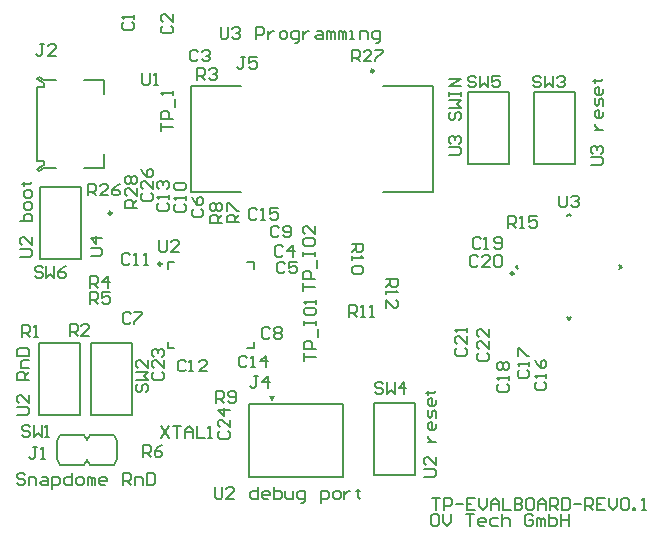
<source format=gto>
G04*
G04 #@! TF.GenerationSoftware,Altium Limited,Altium Designer,24.5.2 (23)*
G04*
G04 Layer_Color=65535*
%FSLAX44Y44*%
%MOMM*%
G71*
G04*
G04 #@! TF.SameCoordinates,5A08705E-C27C-47AC-A7BE-410B2864E99F*
G04*
G04*
G04 #@! TF.FilePolarity,Positive*
G04*
G01*
G75*
%ADD10C,0.2500*%
%ADD11C,0.2000*%
%ADD12C,0.1500*%
%ADD13C,0.1530*%
G36*
X273500Y131500D02*
X271000Y136500D01*
X276000D01*
X273500Y131500D01*
D02*
G37*
D10*
X359250Y411500D02*
G03*
X359250Y411500I-1250J0D01*
G01*
X477717Y239843D02*
G03*
X477717Y239843I-1250J0D01*
G01*
X137250Y291000D02*
G03*
X137250Y291000I-1250J0D01*
G01*
X179500Y248000D02*
G03*
X179500Y248000I-1250J0D01*
G01*
D11*
X94000Y103000D02*
X114000Y103000D01*
X91500Y98000D02*
X94000Y103000D01*
X91500Y83000D02*
Y98000D01*
X114000Y103000D02*
X116500Y99000D01*
X119000Y103000D01*
X141500Y83000D02*
Y98000D01*
X139000Y103000D02*
X141500Y98000D01*
X119000Y103000D02*
X139000Y103000D01*
X94000Y78000D02*
X114000D01*
X91500Y83000D02*
X94000Y78000D01*
X114000D02*
X116500Y82000D01*
X119000Y78000D01*
X139000D02*
X141500Y83000D01*
X119000Y78000D02*
X139000D01*
X204400Y398750D02*
X247000D01*
X204400Y309250D02*
X247000D01*
X204400D02*
Y398750D01*
X367000D02*
X409600D01*
X367000Y309250D02*
X409600D01*
Y398750D01*
X494750Y332500D02*
Y393500D01*
X529250D01*
Y332500D02*
Y393500D01*
X494750Y332500D02*
X529250D01*
X439250D02*
Y393500D01*
X473750D01*
Y332500D02*
Y393500D01*
X439250Y332500D02*
X473750D01*
X111250Y252500D02*
Y313500D01*
X76750Y252500D02*
X111250D01*
X76750D02*
Y313500D01*
X111250D01*
X480003Y245500D02*
X481770Y243732D01*
X480003Y245500D02*
X481770Y247268D01*
X522783Y288280D02*
X524550Y290048D01*
X526318Y288280D01*
X567330Y247268D02*
X569098Y245500D01*
X567330Y243732D02*
X569098Y245500D01*
X522783Y202720D02*
X524550Y200952D01*
X526318Y202720D01*
X184750Y176500D02*
X190250D01*
X184750D02*
Y182000D01*
X252250Y176500D02*
X257750D01*
Y182000D01*
Y244000D02*
Y249500D01*
X252250D02*
X257750D01*
X184750D02*
X190250D01*
X184750Y244000D02*
Y249500D01*
X154316Y120210D02*
Y181210D01*
X119816Y120210D02*
X154316D01*
X119816D02*
Y181210D01*
X154316D01*
X110250Y120000D02*
Y181000D01*
X75750Y120000D02*
X110250D01*
X75750D02*
Y181000D01*
X110250D01*
X254000Y68000D02*
X333000D01*
X254000D02*
Y129500D01*
X333000D01*
Y68000D02*
Y129500D01*
X359750Y69500D02*
X394250D01*
Y130500D01*
X359750D02*
X394250D01*
X359750Y69500D02*
Y130500D01*
D12*
X80500Y397500D02*
Y401000D01*
X74500Y397500D02*
X80500D01*
Y332000D02*
Y335500D01*
X74500D02*
X80500D01*
X74500D02*
Y397500D01*
Y404750D02*
X75750Y406500D01*
X74500Y404750D02*
X80500Y401000D01*
X75750Y406500D02*
X80500Y403500D01*
X75750Y326500D02*
X80500Y329500D01*
X74500Y328250D02*
X80500Y332000D01*
X74500Y328250D02*
X75750Y326500D01*
X114000Y403500D02*
X130500D01*
X80500D02*
X90000D01*
X80500Y329500D02*
X90000D01*
X114000D02*
X130500D01*
Y392000D02*
Y403500D01*
Y329500D02*
Y341000D01*
D13*
X423230Y339986D02*
X431560D01*
X433226Y341652D01*
Y344984D01*
X431560Y346650D01*
X423230D01*
X424896Y349982D02*
X423230Y351649D01*
Y354981D01*
X424896Y356647D01*
X426562D01*
X428228Y354981D01*
Y353315D01*
Y354981D01*
X429894Y356647D01*
X431560D01*
X433226Y354981D01*
Y351649D01*
X431560Y349982D01*
X424896Y376641D02*
X423230Y374974D01*
Y371642D01*
X424896Y369976D01*
X426562D01*
X428228Y371642D01*
Y374974D01*
X429894Y376641D01*
X431560D01*
X433226Y374974D01*
Y371642D01*
X431560Y369976D01*
X423230Y379973D02*
X433226D01*
X429894Y383305D01*
X433226Y386637D01*
X423230D01*
Y389970D02*
Y393302D01*
Y391636D01*
X433226D01*
Y389970D01*
Y393302D01*
Y398300D02*
X423230D01*
X433226Y404965D01*
X423230D01*
X543473Y331530D02*
X551804D01*
X553470Y333196D01*
Y336528D01*
X551804Y338195D01*
X543473D01*
X545139Y341527D02*
X543473Y343193D01*
Y346525D01*
X545139Y348191D01*
X546805D01*
X548472Y346525D01*
Y344859D01*
Y346525D01*
X550138Y348191D01*
X551804D01*
X553470Y346525D01*
Y343193D01*
X551804Y341527D01*
X546805Y361520D02*
X553470D01*
X550138D01*
X548472Y363186D01*
X546805Y364853D01*
Y366519D01*
X553470Y376516D02*
Y373183D01*
X551804Y371517D01*
X548472D01*
X546805Y373183D01*
Y376516D01*
X548472Y378182D01*
X550138D01*
Y371517D01*
X553470Y381514D02*
Y386512D01*
X551804Y388178D01*
X550138Y386512D01*
Y383180D01*
X548472Y381514D01*
X546805Y383180D01*
Y388178D01*
X553470Y396509D02*
Y393177D01*
X551804Y391511D01*
X548472D01*
X546805Y393177D01*
Y396509D01*
X548472Y398175D01*
X550138D01*
Y391511D01*
X545139Y403174D02*
X546805D01*
Y401507D01*
Y404840D01*
Y403174D01*
X551804D01*
X553470Y404840D01*
X340671Y419502D02*
Y429498D01*
X345669D01*
X347336Y427832D01*
Y424500D01*
X345669Y422834D01*
X340671D01*
X344003D02*
X347336Y419502D01*
X357332D02*
X350668D01*
X357332Y426166D01*
Y427832D01*
X355666Y429498D01*
X352334D01*
X350668Y427832D01*
X360664Y429498D02*
X367329D01*
Y427832D01*
X360664Y421168D01*
Y419502D01*
X229530Y448359D02*
Y440028D01*
X231196Y438362D01*
X234528D01*
X236194Y440028D01*
Y448359D01*
X239527Y446693D02*
X241193Y448359D01*
X244525D01*
X246191Y446693D01*
Y445027D01*
X244525Y443361D01*
X242859D01*
X244525D01*
X246191Y441694D01*
Y440028D01*
X244525Y438362D01*
X241193D01*
X239527Y440028D01*
X259520Y438362D02*
Y448359D01*
X264519D01*
X266185Y446693D01*
Y443361D01*
X264519Y441694D01*
X259520D01*
X269517Y445027D02*
Y438362D01*
Y441694D01*
X271183Y443361D01*
X272849Y445027D01*
X274515D01*
X281180Y438362D02*
X284512D01*
X286178Y440028D01*
Y443361D01*
X284512Y445027D01*
X281180D01*
X279514Y443361D01*
Y440028D01*
X281180Y438362D01*
X292843Y435030D02*
X294509D01*
X296175Y436696D01*
Y445027D01*
X291177D01*
X289511Y443361D01*
Y440028D01*
X291177Y438362D01*
X296175D01*
X299508Y445027D02*
Y438362D01*
Y441694D01*
X301174Y443361D01*
X302840Y445027D01*
X304506D01*
X311170D02*
X314503D01*
X316169Y443361D01*
Y438362D01*
X311170D01*
X309504Y440028D01*
X311170Y441694D01*
X316169D01*
X319501Y438362D02*
Y445027D01*
X321167D01*
X322833Y443361D01*
Y438362D01*
Y443361D01*
X324499Y445027D01*
X326166Y443361D01*
Y438362D01*
X329498D02*
Y445027D01*
X331164D01*
X332830Y443361D01*
Y438362D01*
Y443361D01*
X334496Y445027D01*
X336162Y443361D01*
Y438362D01*
X339495D02*
X342827D01*
X341161D01*
Y445027D01*
X339495D01*
X347825Y438362D02*
Y445027D01*
X352824D01*
X354490Y443361D01*
Y438362D01*
X361154Y435030D02*
X362820D01*
X364487Y436696D01*
Y445027D01*
X359488D01*
X357822Y443361D01*
Y440028D01*
X359488Y438362D01*
X364487D01*
X63695Y69193D02*
X62028Y70859D01*
X58696D01*
X57030Y69193D01*
Y67527D01*
X58696Y65861D01*
X62028D01*
X63695Y64194D01*
Y62528D01*
X62028Y60862D01*
X58696D01*
X57030Y62528D01*
X67027Y60862D02*
Y67527D01*
X72025D01*
X73691Y65861D01*
Y60862D01*
X78690Y67527D02*
X82022D01*
X83688Y65861D01*
Y60862D01*
X78690D01*
X77024Y62528D01*
X78690Y64194D01*
X83688D01*
X87020Y57530D02*
Y67527D01*
X92019D01*
X93685Y65861D01*
Y62528D01*
X92019Y60862D01*
X87020D01*
X103682Y70859D02*
Y60862D01*
X98683D01*
X97017Y62528D01*
Y65861D01*
X98683Y67527D01*
X103682D01*
X108680Y60862D02*
X112012D01*
X113678Y62528D01*
Y65861D01*
X112012Y67527D01*
X108680D01*
X107014Y65861D01*
Y62528D01*
X108680Y60862D01*
X117011D02*
Y67527D01*
X118677D01*
X120343Y65861D01*
Y60862D01*
Y65861D01*
X122009Y67527D01*
X123675Y65861D01*
Y60862D01*
X132006D02*
X128674D01*
X127007Y62528D01*
Y65861D01*
X128674Y67527D01*
X132006D01*
X133672Y65861D01*
Y64194D01*
X127007D01*
X147001Y60862D02*
Y70859D01*
X151999D01*
X153666Y69193D01*
Y65861D01*
X151999Y64194D01*
X147001D01*
X150333D02*
X153666Y60862D01*
X156998D02*
Y67527D01*
X161996D01*
X163662Y65861D01*
Y60862D01*
X166995Y70859D02*
Y60862D01*
X171993D01*
X173659Y62528D01*
Y69193D01*
X171993Y70859D01*
X166995D01*
X56973Y120030D02*
X65304D01*
X66970Y121696D01*
Y125028D01*
X65304Y126694D01*
X56973D01*
X66970Y136691D02*
Y130027D01*
X60305Y136691D01*
X58639D01*
X56973Y135025D01*
Y131693D01*
X58639Y130027D01*
X66970Y150020D02*
X56973D01*
Y155019D01*
X58639Y156685D01*
X61972D01*
X63638Y155019D01*
Y150020D01*
Y153353D02*
X66970Y156685D01*
Y160017D02*
X60305D01*
Y165016D01*
X61972Y166682D01*
X66970D01*
X56973Y170014D02*
X66970D01*
Y175012D01*
X65304Y176678D01*
X58639D01*
X56973Y175012D01*
Y170014D01*
X59973Y254030D02*
X68304D01*
X69970Y255696D01*
Y259028D01*
X68304Y260695D01*
X59973D01*
X69970Y270691D02*
Y264027D01*
X63306Y270691D01*
X61639D01*
X59973Y269025D01*
Y265693D01*
X61639Y264027D01*
X59973Y284020D02*
X69970D01*
Y289019D01*
X68304Y290685D01*
X66638D01*
X64972D01*
X63306Y289019D01*
Y284020D01*
X69970Y295683D02*
Y299016D01*
X68304Y300682D01*
X64972D01*
X63306Y299016D01*
Y295683D01*
X64972Y294017D01*
X68304D01*
X69970Y295683D01*
Y305680D02*
Y309012D01*
X68304Y310678D01*
X64972D01*
X63306Y309012D01*
Y305680D01*
X64972Y304014D01*
X68304D01*
X69970Y305680D01*
X61639Y315677D02*
X63306D01*
Y314011D01*
Y317343D01*
Y315677D01*
X68304D01*
X69970Y317343D01*
X401973Y67530D02*
X410304D01*
X411970Y69196D01*
Y72528D01*
X410304Y74194D01*
X401973D01*
X411970Y84191D02*
Y77527D01*
X405305Y84191D01*
X403639D01*
X401973Y82525D01*
Y79193D01*
X403639Y77527D01*
X405305Y97520D02*
X411970D01*
X408638D01*
X406972Y99186D01*
X405305Y100853D01*
Y102519D01*
X411970Y112515D02*
Y109183D01*
X410304Y107517D01*
X406972D01*
X405305Y109183D01*
Y112515D01*
X406972Y114182D01*
X408638D01*
Y107517D01*
X411970Y117514D02*
Y122512D01*
X410304Y124178D01*
X408638Y122512D01*
Y119180D01*
X406972Y117514D01*
X405305Y119180D01*
Y124178D01*
X411970Y132509D02*
Y129177D01*
X410304Y127511D01*
X406972D01*
X405305Y129177D01*
Y132509D01*
X406972Y134175D01*
X408638D01*
Y127511D01*
X403639Y139174D02*
X405305D01*
Y137507D01*
Y140840D01*
Y139174D01*
X410304D01*
X411970Y140840D01*
X224530Y59359D02*
Y51028D01*
X226196Y49362D01*
X229528D01*
X231194Y51028D01*
Y59359D01*
X241191Y49362D02*
X234527D01*
X241191Y56027D01*
Y57693D01*
X239525Y59359D01*
X236193D01*
X234527Y57693D01*
X261185Y59359D02*
Y49362D01*
X256187D01*
X254520Y51028D01*
Y54361D01*
X256187Y56027D01*
X261185D01*
X269515Y49362D02*
X266183D01*
X264517Y51028D01*
Y54361D01*
X266183Y56027D01*
X269515D01*
X271182Y54361D01*
Y52695D01*
X264517D01*
X274514Y59359D02*
Y49362D01*
X279512D01*
X281178Y51028D01*
Y52695D01*
Y54361D01*
X279512Y56027D01*
X274514D01*
X284511D02*
Y51028D01*
X286177Y49362D01*
X291175D01*
Y56027D01*
X297840Y46030D02*
X299506D01*
X301172Y47696D01*
Y56027D01*
X296174D01*
X294508Y54361D01*
Y51028D01*
X296174Y49362D01*
X301172D01*
X314501Y46030D02*
Y56027D01*
X319499D01*
X321166Y54361D01*
Y51028D01*
X319499Y49362D01*
X314501D01*
X326164D02*
X329496D01*
X331162Y51028D01*
Y54361D01*
X329496Y56027D01*
X326164D01*
X324498Y54361D01*
Y51028D01*
X326164Y49362D01*
X334495Y56027D02*
Y49362D01*
Y52695D01*
X336161Y54361D01*
X337827Y56027D01*
X339493D01*
X346157Y57693D02*
Y56027D01*
X344491D01*
X347824D01*
X346157D01*
Y51028D01*
X347824Y49362D01*
X74000Y92998D02*
X70668D01*
X72334D01*
Y84668D01*
X70668Y83002D01*
X69002D01*
X67336Y84668D01*
X77332Y83002D02*
X80665D01*
X78998D01*
Y92998D01*
X77332Y91332D01*
X408530Y50027D02*
X415195D01*
X411862D01*
Y40030D01*
X418527D02*
Y50027D01*
X423525D01*
X425191Y48361D01*
Y45028D01*
X423525Y43362D01*
X418527D01*
X428524Y45028D02*
X435188D01*
X445185Y50027D02*
X438520D01*
Y40030D01*
X445185D01*
X438520Y45028D02*
X441853D01*
X448517Y50027D02*
Y43362D01*
X451849Y40030D01*
X455182Y43362D01*
Y50027D01*
X458514Y40030D02*
Y46694D01*
X461846Y50027D01*
X465178Y46694D01*
Y40030D01*
Y45028D01*
X458514D01*
X468511Y50027D02*
Y40030D01*
X475175D01*
X478507Y50027D02*
Y40030D01*
X483506D01*
X485172Y41696D01*
Y43362D01*
X483506Y45028D01*
X478507D01*
X483506D01*
X485172Y46694D01*
Y48361D01*
X483506Y50027D01*
X478507D01*
X493503D02*
X490170D01*
X488504Y48361D01*
Y41696D01*
X490170Y40030D01*
X493503D01*
X495169Y41696D01*
Y48361D01*
X493503Y50027D01*
X498501Y40030D02*
Y46694D01*
X501833Y50027D01*
X505165Y46694D01*
Y40030D01*
Y45028D01*
X498501D01*
X508498Y40030D02*
Y50027D01*
X513496D01*
X515162Y48361D01*
Y45028D01*
X513496Y43362D01*
X508498D01*
X511830D02*
X515162Y40030D01*
X518495Y50027D02*
Y40030D01*
X523493D01*
X525159Y41696D01*
Y48361D01*
X523493Y50027D01*
X518495D01*
X528491Y45028D02*
X535156D01*
X538488Y40030D02*
Y50027D01*
X543487D01*
X545153Y48361D01*
Y45028D01*
X543487Y43362D01*
X538488D01*
X541820D02*
X545153Y40030D01*
X555149Y50027D02*
X548485D01*
Y40030D01*
X555149D01*
X548485Y45028D02*
X551817D01*
X558482Y50027D02*
Y43362D01*
X561814Y40030D01*
X565146Y43362D01*
Y50027D01*
X568479Y48361D02*
X570145Y50027D01*
X573477D01*
X575143Y48361D01*
Y41696D01*
X573477Y40030D01*
X570145D01*
X568479Y41696D01*
Y48361D01*
X578475Y40030D02*
Y41696D01*
X580141D01*
Y40030D01*
X578475D01*
X586806D02*
X590138D01*
X588472D01*
Y50027D01*
X586806Y48361D01*
X412614Y35978D02*
X409282D01*
X407616Y34312D01*
Y27647D01*
X409282Y25981D01*
X412614D01*
X414280Y27647D01*
Y34312D01*
X412614Y35978D01*
X417613D02*
Y29313D01*
X420945Y25981D01*
X424277Y29313D01*
Y35978D01*
X437606D02*
X444271D01*
X440938D01*
Y25981D01*
X452601D02*
X449269D01*
X447603Y27647D01*
Y30979D01*
X449269Y32645D01*
X452601D01*
X454268Y30979D01*
Y29313D01*
X447603D01*
X464264Y32645D02*
X459266D01*
X457600Y30979D01*
Y27647D01*
X459266Y25981D01*
X464264D01*
X467597Y35978D02*
Y25981D01*
Y30979D01*
X469263Y32645D01*
X472595D01*
X474261Y30979D01*
Y25981D01*
X494255Y34312D02*
X492589Y35978D01*
X489256D01*
X487590Y34312D01*
Y27647D01*
X489256Y25981D01*
X492589D01*
X494255Y27647D01*
Y30979D01*
X490922D01*
X497587Y25981D02*
Y32645D01*
X499253D01*
X500919Y30979D01*
Y25981D01*
Y30979D01*
X502585Y32645D01*
X504251Y30979D01*
Y25981D01*
X507584Y35978D02*
Y25981D01*
X512582D01*
X514248Y27647D01*
Y29313D01*
Y30979D01*
X512582Y32645D01*
X507584D01*
X517580Y35978D02*
Y25981D01*
Y30979D01*
X524245D01*
Y35978D01*
Y25981D01*
X369502Y235546D02*
X379498D01*
Y230548D01*
X377832Y228881D01*
X374500D01*
X372834Y230548D01*
Y235546D01*
Y232214D02*
X369502Y228881D01*
Y225549D02*
Y222217D01*
Y223883D01*
X379498D01*
X377832Y225549D01*
X369502Y210554D02*
Y217218D01*
X376166Y210554D01*
X377832D01*
X379498Y212220D01*
Y215552D01*
X377832Y217218D01*
X250334Y422998D02*
X247002D01*
X248668D01*
Y414668D01*
X247002Y413002D01*
X245336D01*
X243669Y414668D01*
X260331Y422998D02*
X253666D01*
Y418000D01*
X256998Y419666D01*
X258664D01*
X260331Y418000D01*
Y414668D01*
X258664Y413002D01*
X255332D01*
X253666Y414668D01*
X472770Y278770D02*
Y288767D01*
X477768D01*
X479435Y287101D01*
Y283768D01*
X477768Y282102D01*
X472770D01*
X476102D02*
X479435Y278770D01*
X482767D02*
X486099D01*
X484433D01*
Y288767D01*
X482767Y287101D01*
X497762Y288767D02*
X491097D01*
Y283768D01*
X494430Y285434D01*
X496096D01*
X497762Y283768D01*
Y280436D01*
X496096Y278770D01*
X492764D01*
X491097Y280436D01*
X179340Y110998D02*
X186005Y101002D01*
Y110998D02*
X179340Y101002D01*
X189337Y110998D02*
X196002D01*
X192669D01*
Y101002D01*
X199334D02*
Y107666D01*
X202666Y110998D01*
X205998Y107666D01*
Y101002D01*
Y106000D01*
X199334D01*
X209331Y110998D02*
Y101002D01*
X215995D01*
X219328D02*
X222660D01*
X220994D01*
Y110998D01*
X219328Y109332D01*
X119502Y255169D02*
X127832D01*
X129498Y256835D01*
Y260168D01*
X127832Y261834D01*
X119502D01*
X129498Y270165D02*
X119502D01*
X124500Y265166D01*
Y271831D01*
X516169Y305998D02*
Y297668D01*
X517836Y296002D01*
X521168D01*
X522834Y297668D01*
Y305998D01*
X526166Y304332D02*
X527832Y305998D01*
X531165D01*
X532831Y304332D01*
Y302666D01*
X531165Y301000D01*
X529498D01*
X531165D01*
X532831Y299334D01*
Y297668D01*
X531165Y296002D01*
X527832D01*
X526166Y297668D01*
X177368Y268447D02*
Y260116D01*
X179034Y258450D01*
X182366D01*
X184032Y260116D01*
Y268447D01*
X194029Y258450D02*
X187365D01*
X194029Y265114D01*
Y266781D01*
X192363Y268447D01*
X189031D01*
X187365Y266781D01*
X163335Y409498D02*
Y401168D01*
X165002Y399502D01*
X168334D01*
X170000Y401168D01*
Y409498D01*
X173332Y399502D02*
X176665D01*
X174998D01*
Y409498D01*
X173332Y407832D01*
X299168Y225009D02*
Y231673D01*
Y228341D01*
X309165D01*
Y235006D02*
X299168D01*
Y240004D01*
X300835Y241670D01*
X304167D01*
X305833Y240004D01*
Y235006D01*
X310832Y245002D02*
Y251667D01*
X299168Y254999D02*
Y258332D01*
Y256665D01*
X309165D01*
Y254999D01*
Y258332D01*
X299168Y268328D02*
Y264996D01*
X300835Y263330D01*
X307499D01*
X309165Y264996D01*
Y268328D01*
X307499Y269994D01*
X300835D01*
X299168Y268328D01*
X309165Y279991D02*
Y273327D01*
X302501Y279991D01*
X300835D01*
X299168Y278325D01*
Y274993D01*
X300835Y273327D01*
X300168Y166175D02*
Y172840D01*
Y169507D01*
X310165D01*
Y176172D02*
X300168D01*
Y181170D01*
X301835Y182836D01*
X305167D01*
X306833Y181170D01*
Y176172D01*
X311831Y186168D02*
Y192833D01*
X300168Y196165D02*
Y199498D01*
Y197831D01*
X310165D01*
Y196165D01*
Y199498D01*
X300168Y209494D02*
Y206162D01*
X301835Y204496D01*
X308499D01*
X310165Y206162D01*
Y209494D01*
X308499Y211161D01*
X301835D01*
X300168Y209494D01*
X310165Y214493D02*
Y217825D01*
Y216159D01*
X300168D01*
X301835Y214493D01*
X179168Y360839D02*
Y367503D01*
Y364171D01*
X189165D01*
Y370835D02*
X179168D01*
Y375834D01*
X180835Y377500D01*
X184167D01*
X185833Y375834D01*
Y370835D01*
X190831Y380832D02*
Y387497D01*
X189165Y390829D02*
Y394161D01*
Y392495D01*
X179168D01*
X180835Y390829D01*
X78836Y244832D02*
X77169Y246498D01*
X73837D01*
X72171Y244832D01*
Y243166D01*
X73837Y241500D01*
X77169D01*
X78836Y239834D01*
Y238168D01*
X77169Y236502D01*
X73837D01*
X72171Y238168D01*
X82168Y246498D02*
Y236502D01*
X85500Y239834D01*
X88832Y236502D01*
Y246498D01*
X98829D02*
X95497Y244832D01*
X92164Y241500D01*
Y238168D01*
X93831Y236502D01*
X97163D01*
X98829Y238168D01*
Y239834D01*
X97163Y241500D01*
X92164D01*
X445835Y405832D02*
X444169Y407498D01*
X440837D01*
X439171Y405832D01*
Y404166D01*
X440837Y402500D01*
X444169D01*
X445835Y400834D01*
Y399168D01*
X444169Y397502D01*
X440837D01*
X439171Y399168D01*
X449168Y407498D02*
Y397502D01*
X452500Y400834D01*
X455832Y397502D01*
Y407498D01*
X465829D02*
X459165D01*
Y402500D01*
X462497Y404166D01*
X464163D01*
X465829Y402500D01*
Y399168D01*
X464163Y397502D01*
X460831D01*
X459165Y399168D01*
X366912Y146385D02*
X365246Y148051D01*
X361914D01*
X360248Y146385D01*
Y144719D01*
X361914Y143052D01*
X365246D01*
X366912Y141386D01*
Y139720D01*
X365246Y138054D01*
X361914D01*
X360248Y139720D01*
X370245Y148051D02*
Y138054D01*
X373577Y141386D01*
X376909Y138054D01*
Y148051D01*
X385240Y138054D02*
Y148051D01*
X380242Y143052D01*
X386906D01*
X500835Y405832D02*
X499169Y407498D01*
X495837D01*
X494171Y405832D01*
Y404166D01*
X495837Y402500D01*
X499169D01*
X500835Y400834D01*
Y399168D01*
X499169Y397502D01*
X495837D01*
X494171Y399168D01*
X504168Y407498D02*
Y397502D01*
X507500Y400834D01*
X510832Y397502D01*
Y407498D01*
X514165Y405832D02*
X515831Y407498D01*
X519163D01*
X520829Y405832D01*
Y404166D01*
X519163Y402500D01*
X517497D01*
X519163D01*
X520829Y400834D01*
Y399168D01*
X519163Y397502D01*
X515831D01*
X514165Y399168D01*
X159668Y146335D02*
X158002Y144669D01*
Y141337D01*
X159668Y139671D01*
X161334D01*
X163000Y141337D01*
Y144669D01*
X164666Y146335D01*
X166332D01*
X167998Y144669D01*
Y141337D01*
X166332Y139671D01*
X158002Y149668D02*
X167998D01*
X164666Y153000D01*
X167998Y156332D01*
X158002D01*
X167998Y166329D02*
Y159664D01*
X161334Y166329D01*
X159668D01*
X158002Y164663D01*
Y161331D01*
X159668Y159664D01*
X68002Y109832D02*
X66336Y111498D01*
X63003D01*
X61337Y109832D01*
Y108166D01*
X63003Y106500D01*
X66336D01*
X68002Y104834D01*
Y103168D01*
X66336Y101502D01*
X63003D01*
X61337Y103168D01*
X71334Y111498D02*
Y101502D01*
X74666Y104834D01*
X77998Y101502D01*
Y111498D01*
X81331Y101502D02*
X84663D01*
X82997D01*
Y111498D01*
X81331Y109832D01*
X158498Y295671D02*
X148502D01*
Y300669D01*
X150168Y302335D01*
X153500D01*
X155166Y300669D01*
Y295671D01*
Y299003D02*
X158498Y302335D01*
Y312332D02*
Y305668D01*
X151834Y312332D01*
X150168D01*
X148502Y310666D01*
Y307334D01*
X150168Y305668D01*
Y315665D02*
X148502Y317331D01*
Y320663D01*
X150168Y322329D01*
X151834D01*
X153500Y320663D01*
X155166Y322329D01*
X156832D01*
X158498Y320663D01*
Y317331D01*
X156832Y315665D01*
X155166D01*
X153500Y317331D01*
X151834Y315665D01*
X150168D01*
X153500Y317331D02*
Y320663D01*
X117671Y306002D02*
Y315998D01*
X122669D01*
X124335Y314332D01*
Y311000D01*
X122669Y309334D01*
X117671D01*
X121003D02*
X124335Y306002D01*
X134332D02*
X127668D01*
X134332Y312666D01*
Y314332D01*
X132666Y315998D01*
X129334D01*
X127668Y314332D01*
X144329Y315998D02*
X140997Y314332D01*
X137664Y311000D01*
Y307668D01*
X139331Y306002D01*
X142663D01*
X144329Y307668D01*
Y309334D01*
X142663Y311000D01*
X137664D01*
X338170Y203502D02*
Y213498D01*
X343169D01*
X344835Y211832D01*
Y208500D01*
X343169Y206834D01*
X338170D01*
X341502D02*
X344835Y203502D01*
X348167D02*
X351499D01*
X349833D01*
Y213498D01*
X348167Y211832D01*
X356498Y203502D02*
X359830D01*
X358164D01*
Y213498D01*
X356498Y211832D01*
X340502Y264896D02*
X350498D01*
Y259898D01*
X348832Y258232D01*
X345500D01*
X343834Y259898D01*
Y264896D01*
Y261564D02*
X340502Y258232D01*
Y254899D02*
Y251567D01*
Y253233D01*
X350498D01*
X348832Y254899D01*
Y246569D02*
X350498Y244902D01*
Y241570D01*
X348832Y239904D01*
X342168D01*
X340502Y241570D01*
Y244902D01*
X342168Y246569D01*
X348832D01*
X225669Y130502D02*
Y140498D01*
X230668D01*
X232334Y138832D01*
Y135500D01*
X230668Y133834D01*
X225669D01*
X229002D02*
X232334Y130502D01*
X235666Y132168D02*
X237332Y130502D01*
X240665D01*
X242331Y132168D01*
Y138832D01*
X240665Y140498D01*
X237332D01*
X235666Y138832D01*
Y137166D01*
X237332Y135500D01*
X242331D01*
X230498Y282669D02*
X220502D01*
Y287668D01*
X222168Y289334D01*
X225500D01*
X227166Y287668D01*
Y282669D01*
Y286002D02*
X230498Y289334D01*
X222168Y292666D02*
X220502Y294332D01*
Y297665D01*
X222168Y299331D01*
X223834D01*
X225500Y297665D01*
X227166Y299331D01*
X228832D01*
X230498Y297665D01*
Y294332D01*
X228832Y292666D01*
X227166D01*
X225500Y294332D01*
X223834Y292666D01*
X222168D01*
X225500Y294332D02*
Y297665D01*
X244998Y283169D02*
X235002D01*
Y288168D01*
X236668Y289834D01*
X240000D01*
X241666Y288168D01*
Y283169D01*
Y286502D02*
X244998Y289834D01*
X235002Y293166D02*
Y299831D01*
X236668D01*
X243332Y293166D01*
X244998D01*
X163669Y85002D02*
Y94998D01*
X168668D01*
X170334Y93332D01*
Y90000D01*
X168668Y88334D01*
X163669D01*
X167002D02*
X170334Y85002D01*
X180331Y94998D02*
X176998Y93332D01*
X173666Y90000D01*
Y86668D01*
X175332Y85002D01*
X178664D01*
X180331Y86668D01*
Y88334D01*
X178664Y90000D01*
X173666D01*
X119169Y214002D02*
Y223998D01*
X124168D01*
X125834Y222332D01*
Y219000D01*
X124168Y217334D01*
X119169D01*
X122502D02*
X125834Y214002D01*
X135831Y223998D02*
X129166D01*
Y219000D01*
X132498Y220666D01*
X134164D01*
X135831Y219000D01*
Y215668D01*
X134164Y214002D01*
X130832D01*
X129166Y215668D01*
X119169Y228002D02*
Y237998D01*
X124168D01*
X125834Y236332D01*
Y233000D01*
X124168Y231334D01*
X119169D01*
X122502D02*
X125834Y228002D01*
X134164D02*
Y237998D01*
X129166Y233000D01*
X135831D01*
X209669Y404002D02*
Y413998D01*
X214668D01*
X216334Y412332D01*
Y409000D01*
X214668Y407334D01*
X209669D01*
X213002D02*
X216334Y404002D01*
X219666Y412332D02*
X221332Y413998D01*
X224664D01*
X226331Y412332D01*
Y410666D01*
X224664Y409000D01*
X222998D01*
X224664D01*
X226331Y407334D01*
Y405668D01*
X224664Y404002D01*
X221332D01*
X219666Y405668D01*
X101796Y187191D02*
Y197188D01*
X106794D01*
X108460Y195521D01*
Y192189D01*
X106794Y190523D01*
X101796D01*
X105128D02*
X108460Y187191D01*
X118457D02*
X111793D01*
X118457Y193855D01*
Y195521D01*
X116791Y197188D01*
X113459D01*
X111793Y195521D01*
X61835Y186502D02*
Y196498D01*
X66834D01*
X68500Y194832D01*
Y191500D01*
X66834Y189834D01*
X61835D01*
X65168D02*
X68500Y186502D01*
X71832D02*
X75164D01*
X73498D01*
Y196498D01*
X71832Y194832D01*
X80400Y434309D02*
X77068D01*
X78734D01*
Y425978D01*
X77068Y424312D01*
X75402D01*
X73736Y425978D01*
X90397Y424312D02*
X83733D01*
X90397Y430976D01*
Y432643D01*
X88731Y434309D01*
X85399D01*
X83733Y432643D01*
X261248Y153131D02*
X257916D01*
X259582D01*
Y144800D01*
X257916Y143134D01*
X256250D01*
X254584Y144800D01*
X269579Y143134D02*
Y153131D01*
X264581Y148132D01*
X271245D01*
X164209Y308172D02*
X162543Y306506D01*
Y303174D01*
X164209Y301508D01*
X170874D01*
X172540Y303174D01*
Y306506D01*
X170874Y308172D01*
X172540Y318169D02*
Y311504D01*
X165875Y318169D01*
X164209D01*
X162543Y316503D01*
Y313171D01*
X164209Y311504D01*
X162543Y328166D02*
X164209Y324834D01*
X167541Y321501D01*
X170874D01*
X172540Y323167D01*
Y326500D01*
X170874Y328166D01*
X169207D01*
X167541Y326500D01*
Y321501D01*
X229168Y106335D02*
X227502Y104669D01*
Y101337D01*
X229168Y99671D01*
X235832D01*
X237498Y101337D01*
Y104669D01*
X235832Y106335D01*
X237498Y116332D02*
Y109668D01*
X230834Y116332D01*
X229168D01*
X227502Y114666D01*
Y111334D01*
X229168Y109668D01*
X237498Y124663D02*
X227502D01*
X232500Y119664D01*
Y126329D01*
X173168Y156335D02*
X171502Y154669D01*
Y151337D01*
X173168Y149671D01*
X179832D01*
X181498Y151337D01*
Y154669D01*
X179832Y156335D01*
X181498Y166332D02*
Y159668D01*
X174834Y166332D01*
X173168D01*
X171502Y164666D01*
Y161334D01*
X173168Y159668D01*
Y169664D02*
X171502Y171331D01*
Y174663D01*
X173168Y176329D01*
X174834D01*
X176500Y174663D01*
Y172997D01*
Y174663D01*
X178166Y176329D01*
X179832D01*
X181498Y174663D01*
Y171331D01*
X179832Y169664D01*
X448168Y172836D02*
X446502Y171169D01*
Y167837D01*
X448168Y166171D01*
X454832D01*
X456498Y167837D01*
Y171169D01*
X454832Y172836D01*
X456498Y182832D02*
Y176168D01*
X449834Y182832D01*
X448168D01*
X446502Y181166D01*
Y177834D01*
X448168Y176168D01*
X456498Y192829D02*
Y186164D01*
X449834Y192829D01*
X448168D01*
X446502Y191163D01*
Y187831D01*
X448168Y186164D01*
X429668Y177002D02*
X428002Y175336D01*
Y172003D01*
X429668Y170337D01*
X436332D01*
X437998Y172003D01*
Y175336D01*
X436332Y177002D01*
X437998Y186998D02*
Y180334D01*
X431334Y186998D01*
X429668D01*
X428002Y185332D01*
Y182000D01*
X429668Y180334D01*
X437998Y190331D02*
Y193663D01*
Y191997D01*
X428002D01*
X429668Y190331D01*
X447852Y253816D02*
X446186Y255482D01*
X442854D01*
X441188Y253816D01*
Y247151D01*
X442854Y245485D01*
X446186D01*
X447852Y247151D01*
X457849Y245485D02*
X451184D01*
X457849Y252150D01*
Y253816D01*
X456183Y255482D01*
X452850D01*
X451184Y253816D01*
X461181D02*
X462847Y255482D01*
X466180D01*
X467846Y253816D01*
Y247151D01*
X466180Y245485D01*
X462847D01*
X461181Y247151D01*
Y253816D01*
X449669Y269332D02*
X448002Y270998D01*
X444670D01*
X443004Y269332D01*
Y262668D01*
X444670Y261002D01*
X448002D01*
X449669Y262668D01*
X453001Y261002D02*
X456333D01*
X454667D01*
Y270998D01*
X453001Y269332D01*
X461331Y262668D02*
X462998Y261002D01*
X466330D01*
X467996Y262668D01*
Y269332D01*
X466330Y270998D01*
X462998D01*
X461331Y269332D01*
Y267666D01*
X462998Y266000D01*
X467996D01*
X465168Y146669D02*
X463502Y145002D01*
Y141670D01*
X465168Y140004D01*
X471832D01*
X473498Y141670D01*
Y145002D01*
X471832Y146669D01*
X473498Y150001D02*
Y153333D01*
Y151667D01*
X463502D01*
X465168Y150001D01*
Y158331D02*
X463502Y159998D01*
Y163330D01*
X465168Y164996D01*
X466834D01*
X468500Y163330D01*
X470166Y164996D01*
X471832D01*
X473498Y163330D01*
Y159998D01*
X471832Y158331D01*
X470166D01*
X468500Y159998D01*
X466834Y158331D01*
X465168D01*
X468500Y159998D02*
Y163330D01*
X482668Y158169D02*
X481002Y156503D01*
Y153170D01*
X482668Y151504D01*
X489332D01*
X490998Y153170D01*
Y156503D01*
X489332Y158169D01*
X490998Y161501D02*
Y164833D01*
Y163167D01*
X481002D01*
X482668Y161501D01*
X481002Y169832D02*
Y176496D01*
X482668D01*
X489332Y169832D01*
X490998D01*
X497168Y148168D02*
X495502Y146502D01*
Y143170D01*
X497168Y141504D01*
X503832D01*
X505498Y143170D01*
Y146502D01*
X503832Y148168D01*
X505498Y151501D02*
Y154833D01*
Y153167D01*
X495502D01*
X497168Y151501D01*
X495502Y166496D02*
X497168Y163164D01*
X500500Y159831D01*
X503832D01*
X505498Y161498D01*
Y164830D01*
X503832Y166496D01*
X502166D01*
X500500Y164830D01*
Y159831D01*
X260168Y293332D02*
X258502Y294998D01*
X255170D01*
X253504Y293332D01*
Y286668D01*
X255170Y285002D01*
X258502D01*
X260168Y286668D01*
X263501Y285002D02*
X266833D01*
X265167D01*
Y294998D01*
X263501Y293332D01*
X278496Y294998D02*
X271831D01*
Y290000D01*
X275164Y291666D01*
X276830D01*
X278496Y290000D01*
Y286668D01*
X276830Y285002D01*
X273498D01*
X271831Y286668D01*
X251668Y168832D02*
X250002Y170498D01*
X246670D01*
X245004Y168832D01*
Y162168D01*
X246670Y160502D01*
X250002D01*
X251668Y162168D01*
X255001Y160502D02*
X258333D01*
X256667D01*
Y170498D01*
X255001Y168832D01*
X268330Y160502D02*
Y170498D01*
X263332Y165500D01*
X269996D01*
X177668Y299669D02*
X176002Y298002D01*
Y294670D01*
X177668Y293004D01*
X184332D01*
X185998Y294670D01*
Y298002D01*
X184332Y299669D01*
X185998Y303001D02*
Y306333D01*
Y304667D01*
X176002D01*
X177668Y303001D01*
Y311332D02*
X176002Y312998D01*
Y316330D01*
X177668Y317996D01*
X179334D01*
X181000Y316330D01*
Y314664D01*
Y316330D01*
X182666Y317996D01*
X184332D01*
X185998Y316330D01*
Y312998D01*
X184332Y311332D01*
X199919Y165332D02*
X198253Y166998D01*
X194920D01*
X193254Y165332D01*
Y158668D01*
X194920Y157002D01*
X198253D01*
X199919Y158668D01*
X203251Y157002D02*
X206583D01*
X204917D01*
Y166998D01*
X203251Y165332D01*
X218246Y157002D02*
X211581D01*
X218246Y163666D01*
Y165332D01*
X216580Y166998D01*
X213248D01*
X211581Y165332D01*
X152835Y255332D02*
X151169Y256998D01*
X147836D01*
X146170Y255332D01*
Y248668D01*
X147836Y247002D01*
X151169D01*
X152835Y248668D01*
X156167Y247002D02*
X159499D01*
X157833D01*
Y256998D01*
X156167Y255332D01*
X164498Y247002D02*
X167830D01*
X166164D01*
Y256998D01*
X164498Y255332D01*
X191668Y298668D02*
X190002Y297002D01*
Y293670D01*
X191668Y292004D01*
X198332D01*
X199998Y293670D01*
Y297002D01*
X198332Y298668D01*
X199998Y302001D02*
Y305333D01*
Y303667D01*
X190002D01*
X191668Y302001D01*
Y310331D02*
X190002Y311998D01*
Y315330D01*
X191668Y316996D01*
X198332D01*
X199998Y315330D01*
Y311998D01*
X198332Y310331D01*
X191668D01*
X279334Y278832D02*
X277668Y280498D01*
X274335D01*
X272669Y278832D01*
Y272168D01*
X274335Y270502D01*
X277668D01*
X279334Y272168D01*
X282666D02*
X284332Y270502D01*
X287665D01*
X289331Y272168D01*
Y278832D01*
X287665Y280498D01*
X284332D01*
X282666Y278832D01*
Y277166D01*
X284332Y275500D01*
X289331D01*
X271334Y192832D02*
X269668Y194498D01*
X266336D01*
X264669Y192832D01*
Y186168D01*
X266336Y184502D01*
X269668D01*
X271334Y186168D01*
X274666Y192832D02*
X276332Y194498D01*
X279664D01*
X281331Y192832D01*
Y191166D01*
X279664Y189500D01*
X281331Y187834D01*
Y186168D01*
X279664Y184502D01*
X276332D01*
X274666Y186168D01*
Y187834D01*
X276332Y189500D01*
X274666Y191166D01*
Y192832D01*
X276332Y189500D02*
X279664D01*
X153334Y205332D02*
X151668Y206998D01*
X148336D01*
X146669Y205332D01*
Y198668D01*
X148336Y197002D01*
X151668D01*
X153334Y198668D01*
X156666Y206998D02*
X163331D01*
Y205332D01*
X156666Y198668D01*
Y197002D01*
X206668Y294334D02*
X205002Y292668D01*
Y289335D01*
X206668Y287669D01*
X213332D01*
X214998Y289335D01*
Y292668D01*
X213332Y294334D01*
X205002Y304331D02*
X206668Y300998D01*
X210000Y297666D01*
X213332D01*
X214998Y299332D01*
Y302665D01*
X213332Y304331D01*
X211666D01*
X210000Y302665D01*
Y297666D01*
X284334Y248332D02*
X282668Y249998D01*
X279335D01*
X277669Y248332D01*
Y241668D01*
X279335Y240002D01*
X282668D01*
X284334Y241668D01*
X294331Y249998D02*
X287666D01*
Y245000D01*
X290998Y246666D01*
X292665D01*
X294331Y245000D01*
Y241668D01*
X292665Y240002D01*
X289332D01*
X287666Y241668D01*
X282302Y262262D02*
X280636Y263928D01*
X277304D01*
X275637Y262262D01*
Y255597D01*
X277304Y253931D01*
X280636D01*
X282302Y255597D01*
X290632Y253931D02*
Y263928D01*
X285634Y258929D01*
X292299D01*
X210334Y427832D02*
X208668Y429498D01*
X205336D01*
X203669Y427832D01*
Y421168D01*
X205336Y419502D01*
X208668D01*
X210334Y421168D01*
X213666Y427832D02*
X215332Y429498D01*
X218664D01*
X220331Y427832D01*
Y426166D01*
X218664Y424500D01*
X216998D01*
X218664D01*
X220331Y422834D01*
Y421168D01*
X218664Y419502D01*
X215332D01*
X213666Y421168D01*
X181168Y449834D02*
X179502Y448168D01*
Y444836D01*
X181168Y443169D01*
X187832D01*
X189498Y444836D01*
Y448168D01*
X187832Y449834D01*
X189498Y459831D02*
Y453166D01*
X182834Y459831D01*
X181168D01*
X179502Y458164D01*
Y454832D01*
X181168Y453166D01*
X148168Y452500D02*
X146502Y450834D01*
Y447502D01*
X148168Y445835D01*
X154832D01*
X156498Y447502D01*
Y450834D01*
X154832Y452500D01*
X156498Y455832D02*
Y459165D01*
Y457498D01*
X146502D01*
X148168Y455832D01*
M02*

</source>
